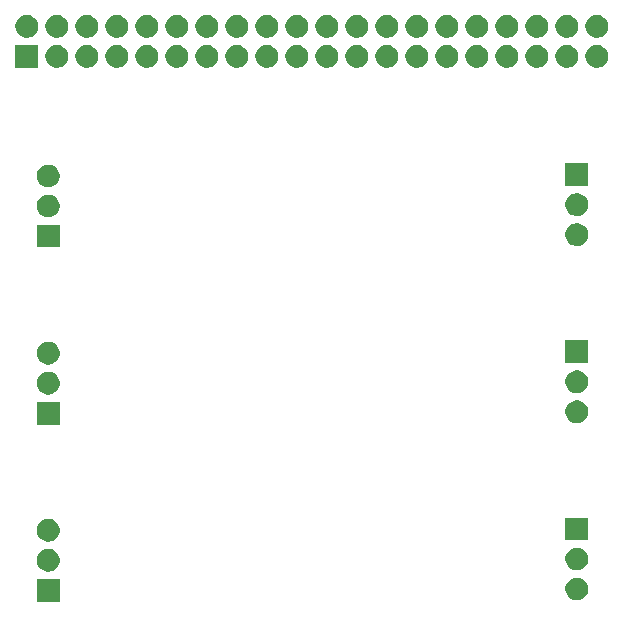
<source format=gbr>
G04 #@! TF.FileFunction,Soldermask,Bot*
%FSLAX45Y45*%
G04 Gerber Fmt 4.5, Leading zero omitted, Abs format (unit mm)*
G04 Created by KiCad (PCBNEW (2015-01-16 BZR 5376)-product) date 3/19/2015 6:58:58 PM*
%MOMM*%
G01*
G04 APERTURE LIST*
%ADD10C,0.100000*%
G04 APERTURE END LIST*
D10*
G36*
X915350Y-575350D02*
X722650Y-575350D01*
X722650Y-382650D01*
X915350Y-382650D01*
X915350Y-575350D01*
X915350Y-575350D01*
G37*
G36*
X915354Y-215552D02*
X915053Y-237134D01*
X915047Y-237160D01*
X915047Y-237160D01*
X910867Y-255560D01*
X910867Y-255560D01*
X903181Y-272822D01*
X892289Y-288262D01*
X878606Y-301292D01*
X862652Y-311417D01*
X862652Y-311417D01*
X862652Y-311417D01*
X858928Y-312861D01*
X845036Y-318250D01*
X845035Y-318250D01*
X826428Y-321531D01*
X826428Y-321531D01*
X807536Y-321135D01*
X789082Y-317078D01*
X771767Y-309513D01*
X756251Y-298729D01*
X743126Y-285138D01*
X732890Y-269255D01*
X725934Y-251686D01*
X722523Y-233101D01*
X722787Y-214208D01*
X726715Y-195726D01*
X734159Y-178358D01*
X744835Y-162768D01*
X758334Y-149548D01*
X774145Y-139201D01*
X791665Y-132123D01*
X810225Y-128582D01*
X829120Y-128714D01*
X847629Y-132514D01*
X865048Y-139836D01*
X880713Y-150401D01*
X880713Y-150402D01*
X894027Y-163809D01*
X894028Y-163810D01*
X904484Y-179547D01*
X911684Y-197017D01*
X915349Y-215526D01*
X915349Y-215527D01*
X915354Y-215552D01*
X915354Y-215552D01*
G37*
G36*
X1096350Y-2096350D02*
X903650Y-2096350D01*
X903650Y-1903650D01*
X1096350Y-1903650D01*
X1096350Y-2096350D01*
X1096350Y-2096350D01*
G37*
G36*
X1096350Y-3596350D02*
X903650Y-3596350D01*
X903650Y-3403650D01*
X1096350Y-3403650D01*
X1096350Y-3596350D01*
X1096350Y-3596350D01*
G37*
G36*
X1096350Y-5096350D02*
X903650Y-5096350D01*
X903650Y-4903650D01*
X1096350Y-4903650D01*
X1096350Y-5096350D01*
X1096350Y-5096350D01*
G37*
G36*
X1096354Y-1482552D02*
X1096053Y-1504134D01*
X1096047Y-1504160D01*
X1096047Y-1504160D01*
X1091867Y-1522560D01*
X1091867Y-1522560D01*
X1084181Y-1539822D01*
X1073290Y-1555262D01*
X1059606Y-1568292D01*
X1043652Y-1578417D01*
X1043652Y-1578417D01*
X1043652Y-1578417D01*
X1039928Y-1579861D01*
X1026036Y-1585250D01*
X1026035Y-1585250D01*
X1007428Y-1588531D01*
X1007428Y-1588531D01*
X988536Y-1588135D01*
X970082Y-1584078D01*
X952767Y-1576513D01*
X937251Y-1565729D01*
X924126Y-1552137D01*
X913890Y-1536254D01*
X906934Y-1518686D01*
X903523Y-1500101D01*
X903787Y-1481208D01*
X907715Y-1462726D01*
X915159Y-1445358D01*
X925835Y-1429767D01*
X939334Y-1416547D01*
X955145Y-1406201D01*
X972665Y-1399123D01*
X991225Y-1395582D01*
X1010120Y-1395714D01*
X1028629Y-1399513D01*
X1046048Y-1406836D01*
X1061713Y-1417401D01*
X1061713Y-1417402D01*
X1075027Y-1430809D01*
X1075028Y-1430810D01*
X1085484Y-1446547D01*
X1092684Y-1464017D01*
X1096349Y-1482526D01*
X1096349Y-1482527D01*
X1096354Y-1482552D01*
X1096354Y-1482552D01*
G37*
G36*
X1096354Y-1736552D02*
X1096053Y-1758134D01*
X1096047Y-1758160D01*
X1096047Y-1758160D01*
X1091867Y-1776560D01*
X1091867Y-1776560D01*
X1084181Y-1793822D01*
X1073290Y-1809262D01*
X1059606Y-1822292D01*
X1043652Y-1832417D01*
X1043652Y-1832417D01*
X1043652Y-1832417D01*
X1039928Y-1833861D01*
X1026036Y-1839250D01*
X1026035Y-1839250D01*
X1007428Y-1842531D01*
X1007428Y-1842531D01*
X988536Y-1842135D01*
X970082Y-1838078D01*
X952767Y-1830513D01*
X937251Y-1819729D01*
X924126Y-1806137D01*
X913890Y-1790254D01*
X906934Y-1772686D01*
X903523Y-1754101D01*
X903787Y-1735208D01*
X907715Y-1716726D01*
X915159Y-1699358D01*
X925835Y-1683767D01*
X939334Y-1670547D01*
X955145Y-1660201D01*
X972665Y-1653123D01*
X991225Y-1649582D01*
X1010120Y-1649714D01*
X1028629Y-1653513D01*
X1046048Y-1660836D01*
X1061713Y-1671401D01*
X1061713Y-1671402D01*
X1075027Y-1684809D01*
X1075028Y-1684810D01*
X1085484Y-1700547D01*
X1092684Y-1718017D01*
X1096349Y-1736526D01*
X1096349Y-1736527D01*
X1096354Y-1736552D01*
X1096354Y-1736552D01*
G37*
G36*
X1096354Y-2982552D02*
X1096053Y-3004134D01*
X1096047Y-3004160D01*
X1096047Y-3004160D01*
X1091867Y-3022560D01*
X1091867Y-3022560D01*
X1084181Y-3039822D01*
X1073290Y-3055262D01*
X1059606Y-3068292D01*
X1043652Y-3078417D01*
X1043652Y-3078417D01*
X1043652Y-3078417D01*
X1039928Y-3079861D01*
X1026036Y-3085250D01*
X1026035Y-3085250D01*
X1007428Y-3088531D01*
X1007428Y-3088531D01*
X988536Y-3088135D01*
X970082Y-3084078D01*
X952767Y-3076513D01*
X937251Y-3065729D01*
X924126Y-3052137D01*
X913890Y-3036254D01*
X906934Y-3018686D01*
X903523Y-3000101D01*
X903787Y-2981208D01*
X907715Y-2962726D01*
X915159Y-2945358D01*
X925835Y-2929767D01*
X939334Y-2916547D01*
X955145Y-2906201D01*
X972665Y-2899123D01*
X991225Y-2895582D01*
X1010120Y-2895714D01*
X1028629Y-2899513D01*
X1046048Y-2906836D01*
X1061713Y-2917401D01*
X1061713Y-2917402D01*
X1075027Y-2930809D01*
X1075028Y-2930810D01*
X1085484Y-2946547D01*
X1092684Y-2964017D01*
X1096349Y-2982526D01*
X1096349Y-2982527D01*
X1096354Y-2982552D01*
X1096354Y-2982552D01*
G37*
G36*
X1096354Y-3236552D02*
X1096053Y-3258134D01*
X1096047Y-3258160D01*
X1096047Y-3258160D01*
X1091867Y-3276560D01*
X1091867Y-3276560D01*
X1084181Y-3293822D01*
X1073290Y-3309262D01*
X1059606Y-3322292D01*
X1043652Y-3332417D01*
X1043652Y-3332417D01*
X1043652Y-3332417D01*
X1039928Y-3333861D01*
X1026036Y-3339250D01*
X1026035Y-3339250D01*
X1007428Y-3342531D01*
X1007428Y-3342531D01*
X988536Y-3342135D01*
X970082Y-3338078D01*
X952767Y-3330513D01*
X937251Y-3319729D01*
X924126Y-3306137D01*
X913890Y-3290254D01*
X906934Y-3272686D01*
X903523Y-3254101D01*
X903787Y-3235208D01*
X907715Y-3216726D01*
X915159Y-3199358D01*
X925835Y-3183767D01*
X939334Y-3170547D01*
X955145Y-3160201D01*
X972665Y-3153123D01*
X991225Y-3149582D01*
X1010120Y-3149714D01*
X1028629Y-3153513D01*
X1046048Y-3160836D01*
X1061713Y-3171401D01*
X1061713Y-3171402D01*
X1075027Y-3184809D01*
X1075028Y-3184810D01*
X1085484Y-3200547D01*
X1092684Y-3218017D01*
X1096349Y-3236526D01*
X1096349Y-3236527D01*
X1096354Y-3236552D01*
X1096354Y-3236552D01*
G37*
G36*
X1096354Y-4482552D02*
X1096053Y-4504134D01*
X1096047Y-4504160D01*
X1096047Y-4504160D01*
X1091867Y-4522560D01*
X1091867Y-4522560D01*
X1084181Y-4539822D01*
X1073290Y-4555262D01*
X1059606Y-4568292D01*
X1043652Y-4578417D01*
X1043652Y-4578417D01*
X1043652Y-4578417D01*
X1039928Y-4579861D01*
X1026036Y-4585250D01*
X1026035Y-4585250D01*
X1007428Y-4588531D01*
X1007428Y-4588531D01*
X988536Y-4588135D01*
X970082Y-4584078D01*
X952767Y-4576513D01*
X937251Y-4565729D01*
X924126Y-4552138D01*
X913890Y-4536255D01*
X906934Y-4518686D01*
X903523Y-4500101D01*
X903787Y-4481208D01*
X907715Y-4462726D01*
X915159Y-4445358D01*
X925835Y-4429768D01*
X939334Y-4416548D01*
X955145Y-4406201D01*
X972665Y-4399123D01*
X991225Y-4395582D01*
X1010120Y-4395714D01*
X1028629Y-4399514D01*
X1046048Y-4406836D01*
X1061713Y-4417401D01*
X1061713Y-4417402D01*
X1075027Y-4430809D01*
X1075028Y-4430810D01*
X1085484Y-4446547D01*
X1092684Y-4464017D01*
X1096349Y-4482526D01*
X1096349Y-4482527D01*
X1096354Y-4482552D01*
X1096354Y-4482552D01*
G37*
G36*
X1096354Y-4736552D02*
X1096053Y-4758134D01*
X1096047Y-4758160D01*
X1096047Y-4758160D01*
X1091867Y-4776560D01*
X1091867Y-4776560D01*
X1084181Y-4793822D01*
X1073290Y-4809262D01*
X1059606Y-4822292D01*
X1043652Y-4832417D01*
X1043652Y-4832417D01*
X1043652Y-4832417D01*
X1039928Y-4833861D01*
X1026036Y-4839250D01*
X1026035Y-4839250D01*
X1007428Y-4842531D01*
X1007428Y-4842531D01*
X988536Y-4842135D01*
X970082Y-4838078D01*
X952767Y-4830513D01*
X937251Y-4819729D01*
X924126Y-4806138D01*
X913890Y-4790255D01*
X906934Y-4772686D01*
X903523Y-4754101D01*
X903787Y-4735208D01*
X907715Y-4716726D01*
X915159Y-4699358D01*
X925835Y-4683768D01*
X939334Y-4670548D01*
X955145Y-4660201D01*
X972665Y-4653123D01*
X991225Y-4649582D01*
X1010120Y-4649714D01*
X1028629Y-4653514D01*
X1046048Y-4660836D01*
X1061713Y-4671401D01*
X1061713Y-4671402D01*
X1075027Y-4684809D01*
X1075028Y-4684810D01*
X1085484Y-4700547D01*
X1092684Y-4718017D01*
X1096349Y-4736526D01*
X1096349Y-4736527D01*
X1096354Y-4736552D01*
X1096354Y-4736552D01*
G37*
G36*
X1169354Y-215552D02*
X1169053Y-237134D01*
X1169047Y-237160D01*
X1169047Y-237160D01*
X1164867Y-255560D01*
X1164867Y-255560D01*
X1157181Y-272822D01*
X1146290Y-288262D01*
X1132606Y-301292D01*
X1116653Y-311417D01*
X1116652Y-311417D01*
X1116652Y-311417D01*
X1112928Y-312861D01*
X1099036Y-318250D01*
X1099036Y-318250D01*
X1080428Y-321531D01*
X1080428Y-321531D01*
X1061536Y-321135D01*
X1043082Y-317078D01*
X1025767Y-309513D01*
X1010251Y-298729D01*
X997126Y-285138D01*
X986890Y-269255D01*
X979934Y-251686D01*
X976523Y-233101D01*
X976787Y-214208D01*
X980715Y-195726D01*
X988159Y-178358D01*
X998835Y-162768D01*
X1012334Y-149548D01*
X1028145Y-139201D01*
X1045665Y-132123D01*
X1064225Y-128582D01*
X1083120Y-128714D01*
X1101630Y-132514D01*
X1119048Y-139836D01*
X1134713Y-150401D01*
X1134713Y-150402D01*
X1148027Y-163809D01*
X1148028Y-163810D01*
X1158484Y-179547D01*
X1165684Y-197017D01*
X1169349Y-215526D01*
X1169349Y-215527D01*
X1169354Y-215552D01*
X1169354Y-215552D01*
G37*
G36*
X1169354Y-469552D02*
X1169053Y-491134D01*
X1169047Y-491160D01*
X1169047Y-491160D01*
X1164867Y-509560D01*
X1164867Y-509560D01*
X1157181Y-526822D01*
X1146290Y-542262D01*
X1132606Y-555292D01*
X1116653Y-565417D01*
X1116652Y-565417D01*
X1116652Y-565417D01*
X1112928Y-566861D01*
X1099036Y-572250D01*
X1099036Y-572250D01*
X1080428Y-575531D01*
X1080428Y-575531D01*
X1061536Y-575135D01*
X1043082Y-571078D01*
X1025767Y-563513D01*
X1010251Y-552729D01*
X997126Y-539138D01*
X986890Y-523254D01*
X979934Y-505686D01*
X976523Y-487101D01*
X976787Y-468208D01*
X980715Y-449726D01*
X988159Y-432358D01*
X998835Y-416767D01*
X1012334Y-403547D01*
X1028145Y-393201D01*
X1045665Y-386123D01*
X1064225Y-382582D01*
X1083120Y-382714D01*
X1101630Y-386513D01*
X1119048Y-393836D01*
X1134713Y-404401D01*
X1134713Y-404402D01*
X1148027Y-417809D01*
X1148028Y-417810D01*
X1158484Y-433547D01*
X1165684Y-451017D01*
X1169349Y-469526D01*
X1169349Y-469527D01*
X1169354Y-469552D01*
X1169354Y-469552D01*
G37*
G36*
X1423354Y-215552D02*
X1423053Y-237134D01*
X1423047Y-237160D01*
X1423047Y-237160D01*
X1418867Y-255560D01*
X1418867Y-255560D01*
X1411181Y-272822D01*
X1400289Y-288262D01*
X1386606Y-301292D01*
X1370653Y-311417D01*
X1370652Y-311417D01*
X1370652Y-311417D01*
X1366928Y-312861D01*
X1353036Y-318250D01*
X1353036Y-318250D01*
X1334428Y-321531D01*
X1334428Y-321531D01*
X1315536Y-321135D01*
X1297082Y-317078D01*
X1279768Y-309513D01*
X1264251Y-298729D01*
X1251126Y-285138D01*
X1240890Y-269255D01*
X1233934Y-251686D01*
X1230523Y-233101D01*
X1230787Y-214208D01*
X1234716Y-195726D01*
X1242159Y-178358D01*
X1252835Y-162768D01*
X1266334Y-149548D01*
X1282145Y-139201D01*
X1299665Y-132123D01*
X1318225Y-128582D01*
X1337120Y-128714D01*
X1355630Y-132514D01*
X1373048Y-139836D01*
X1388713Y-150401D01*
X1388713Y-150402D01*
X1402027Y-163809D01*
X1402028Y-163810D01*
X1412484Y-179547D01*
X1419684Y-197017D01*
X1423349Y-215526D01*
X1423349Y-215527D01*
X1423354Y-215552D01*
X1423354Y-215552D01*
G37*
G36*
X1423354Y-469552D02*
X1423053Y-491134D01*
X1423047Y-491160D01*
X1423047Y-491160D01*
X1418867Y-509560D01*
X1418867Y-509560D01*
X1411181Y-526822D01*
X1400289Y-542262D01*
X1386606Y-555292D01*
X1370653Y-565417D01*
X1370652Y-565417D01*
X1370652Y-565417D01*
X1366928Y-566861D01*
X1353036Y-572250D01*
X1353036Y-572250D01*
X1334428Y-575531D01*
X1334428Y-575531D01*
X1315536Y-575135D01*
X1297082Y-571078D01*
X1279768Y-563513D01*
X1264251Y-552729D01*
X1251126Y-539138D01*
X1240890Y-523254D01*
X1233934Y-505686D01*
X1230523Y-487101D01*
X1230787Y-468208D01*
X1234716Y-449726D01*
X1242159Y-432358D01*
X1252835Y-416767D01*
X1266334Y-403547D01*
X1282145Y-393201D01*
X1299665Y-386123D01*
X1318225Y-382582D01*
X1337120Y-382714D01*
X1355630Y-386513D01*
X1373048Y-393836D01*
X1388713Y-404401D01*
X1388713Y-404402D01*
X1402027Y-417809D01*
X1402028Y-417810D01*
X1412484Y-433547D01*
X1419684Y-451017D01*
X1423349Y-469526D01*
X1423349Y-469527D01*
X1423354Y-469552D01*
X1423354Y-469552D01*
G37*
G36*
X1677354Y-215552D02*
X1677053Y-237134D01*
X1677047Y-237160D01*
X1677047Y-237160D01*
X1672867Y-255560D01*
X1672867Y-255560D01*
X1665181Y-272822D01*
X1654289Y-288262D01*
X1640606Y-301292D01*
X1624652Y-311417D01*
X1624652Y-311417D01*
X1624652Y-311417D01*
X1620928Y-312861D01*
X1607036Y-318250D01*
X1607035Y-318250D01*
X1588428Y-321531D01*
X1588428Y-321531D01*
X1569536Y-321135D01*
X1551082Y-317078D01*
X1533767Y-309513D01*
X1518251Y-298729D01*
X1505126Y-285138D01*
X1494890Y-269255D01*
X1487934Y-251686D01*
X1484523Y-233101D01*
X1484787Y-214208D01*
X1488715Y-195726D01*
X1496159Y-178358D01*
X1506835Y-162768D01*
X1520334Y-149548D01*
X1536145Y-139201D01*
X1553665Y-132123D01*
X1572225Y-128582D01*
X1591120Y-128714D01*
X1609629Y-132514D01*
X1627048Y-139836D01*
X1642713Y-150401D01*
X1642713Y-150402D01*
X1656027Y-163809D01*
X1656028Y-163810D01*
X1666484Y-179547D01*
X1673684Y-197017D01*
X1677349Y-215526D01*
X1677349Y-215527D01*
X1677354Y-215552D01*
X1677354Y-215552D01*
G37*
G36*
X1677354Y-469552D02*
X1677053Y-491134D01*
X1677047Y-491160D01*
X1677047Y-491160D01*
X1672867Y-509560D01*
X1672867Y-509560D01*
X1665181Y-526822D01*
X1654289Y-542262D01*
X1640606Y-555292D01*
X1624652Y-565417D01*
X1624652Y-565417D01*
X1624652Y-565417D01*
X1620928Y-566861D01*
X1607036Y-572250D01*
X1607035Y-572250D01*
X1588428Y-575531D01*
X1588428Y-575531D01*
X1569536Y-575135D01*
X1551082Y-571078D01*
X1533767Y-563513D01*
X1518251Y-552729D01*
X1505126Y-539138D01*
X1494890Y-523254D01*
X1487934Y-505686D01*
X1484523Y-487101D01*
X1484787Y-468208D01*
X1488715Y-449726D01*
X1496159Y-432358D01*
X1506835Y-416767D01*
X1520334Y-403547D01*
X1536145Y-393201D01*
X1553665Y-386123D01*
X1572225Y-382582D01*
X1591120Y-382714D01*
X1609629Y-386513D01*
X1627048Y-393836D01*
X1642713Y-404401D01*
X1642713Y-404402D01*
X1656027Y-417809D01*
X1656028Y-417810D01*
X1666484Y-433547D01*
X1673684Y-451017D01*
X1677349Y-469526D01*
X1677349Y-469527D01*
X1677354Y-469552D01*
X1677354Y-469552D01*
G37*
G36*
X1931354Y-215552D02*
X1931053Y-237134D01*
X1931047Y-237160D01*
X1931047Y-237160D01*
X1926867Y-255560D01*
X1926867Y-255560D01*
X1919181Y-272822D01*
X1908289Y-288262D01*
X1894606Y-301292D01*
X1878652Y-311417D01*
X1878652Y-311417D01*
X1878652Y-311417D01*
X1874928Y-312861D01*
X1861036Y-318250D01*
X1861035Y-318250D01*
X1842428Y-321531D01*
X1842428Y-321531D01*
X1823536Y-321135D01*
X1805082Y-317078D01*
X1787767Y-309513D01*
X1772251Y-298729D01*
X1759126Y-285138D01*
X1748890Y-269255D01*
X1741934Y-251686D01*
X1738523Y-233101D01*
X1738787Y-214208D01*
X1742715Y-195726D01*
X1750159Y-178358D01*
X1760835Y-162768D01*
X1774334Y-149548D01*
X1790145Y-139201D01*
X1807665Y-132123D01*
X1826225Y-128582D01*
X1845120Y-128714D01*
X1863629Y-132514D01*
X1881048Y-139836D01*
X1896713Y-150401D01*
X1896713Y-150402D01*
X1910027Y-163809D01*
X1910028Y-163810D01*
X1920484Y-179547D01*
X1927684Y-197017D01*
X1931349Y-215526D01*
X1931349Y-215527D01*
X1931354Y-215552D01*
X1931354Y-215552D01*
G37*
G36*
X1931354Y-469552D02*
X1931053Y-491134D01*
X1931047Y-491160D01*
X1931047Y-491160D01*
X1926867Y-509560D01*
X1926867Y-509560D01*
X1919181Y-526822D01*
X1908289Y-542262D01*
X1894606Y-555292D01*
X1878652Y-565417D01*
X1878652Y-565417D01*
X1878652Y-565417D01*
X1874928Y-566861D01*
X1861036Y-572250D01*
X1861035Y-572250D01*
X1842428Y-575531D01*
X1842428Y-575531D01*
X1823536Y-575135D01*
X1805082Y-571078D01*
X1787767Y-563513D01*
X1772251Y-552729D01*
X1759126Y-539138D01*
X1748890Y-523254D01*
X1741934Y-505686D01*
X1738523Y-487101D01*
X1738787Y-468208D01*
X1742715Y-449726D01*
X1750159Y-432358D01*
X1760835Y-416767D01*
X1774334Y-403547D01*
X1790145Y-393201D01*
X1807665Y-386123D01*
X1826225Y-382582D01*
X1845120Y-382714D01*
X1863629Y-386513D01*
X1881048Y-393836D01*
X1896713Y-404401D01*
X1896713Y-404402D01*
X1910027Y-417809D01*
X1910028Y-417810D01*
X1920484Y-433547D01*
X1927684Y-451017D01*
X1931349Y-469526D01*
X1931349Y-469527D01*
X1931354Y-469552D01*
X1931354Y-469552D01*
G37*
G36*
X2185354Y-215552D02*
X2185053Y-237134D01*
X2185047Y-237160D01*
X2185047Y-237160D01*
X2180867Y-255560D01*
X2180867Y-255560D01*
X2173181Y-272822D01*
X2162290Y-288262D01*
X2148606Y-301292D01*
X2132653Y-311417D01*
X2132652Y-311417D01*
X2132652Y-311417D01*
X2128928Y-312861D01*
X2115036Y-318250D01*
X2115036Y-318250D01*
X2096428Y-321531D01*
X2096428Y-321531D01*
X2077536Y-321135D01*
X2059082Y-317078D01*
X2041767Y-309513D01*
X2026251Y-298729D01*
X2013126Y-285138D01*
X2002890Y-269255D01*
X1995934Y-251686D01*
X1992523Y-233101D01*
X1992787Y-214208D01*
X1996715Y-195726D01*
X2004159Y-178358D01*
X2014835Y-162768D01*
X2028334Y-149548D01*
X2044145Y-139201D01*
X2061665Y-132123D01*
X2080225Y-128582D01*
X2099120Y-128714D01*
X2117630Y-132514D01*
X2135048Y-139836D01*
X2150713Y-150401D01*
X2150713Y-150402D01*
X2164027Y-163809D01*
X2164028Y-163810D01*
X2174484Y-179547D01*
X2181684Y-197017D01*
X2185349Y-215526D01*
X2185349Y-215527D01*
X2185354Y-215552D01*
X2185354Y-215552D01*
G37*
G36*
X2185354Y-469552D02*
X2185053Y-491134D01*
X2185047Y-491160D01*
X2185047Y-491160D01*
X2180867Y-509560D01*
X2180867Y-509560D01*
X2173181Y-526822D01*
X2162290Y-542262D01*
X2148606Y-555292D01*
X2132653Y-565417D01*
X2132652Y-565417D01*
X2132652Y-565417D01*
X2128928Y-566861D01*
X2115036Y-572250D01*
X2115036Y-572250D01*
X2096428Y-575531D01*
X2096428Y-575531D01*
X2077536Y-575135D01*
X2059082Y-571078D01*
X2041767Y-563513D01*
X2026251Y-552729D01*
X2013126Y-539138D01*
X2002890Y-523254D01*
X1995934Y-505686D01*
X1992523Y-487101D01*
X1992787Y-468208D01*
X1996715Y-449726D01*
X2004159Y-432358D01*
X2014835Y-416767D01*
X2028334Y-403547D01*
X2044145Y-393201D01*
X2061665Y-386123D01*
X2080225Y-382582D01*
X2099120Y-382714D01*
X2117630Y-386513D01*
X2135048Y-393836D01*
X2150713Y-404401D01*
X2150713Y-404402D01*
X2164027Y-417809D01*
X2164028Y-417810D01*
X2174484Y-433547D01*
X2181684Y-451017D01*
X2185349Y-469526D01*
X2185349Y-469527D01*
X2185354Y-469552D01*
X2185354Y-469552D01*
G37*
G36*
X2439354Y-215552D02*
X2439053Y-237134D01*
X2439047Y-237160D01*
X2439047Y-237160D01*
X2434867Y-255560D01*
X2434867Y-255560D01*
X2427181Y-272822D01*
X2416290Y-288262D01*
X2402606Y-301292D01*
X2386653Y-311417D01*
X2386652Y-311417D01*
X2386652Y-311417D01*
X2382928Y-312861D01*
X2369036Y-318250D01*
X2369036Y-318250D01*
X2350428Y-321531D01*
X2350428Y-321531D01*
X2331536Y-321135D01*
X2313082Y-317078D01*
X2295768Y-309513D01*
X2280251Y-298729D01*
X2267126Y-285138D01*
X2256890Y-269255D01*
X2249934Y-251686D01*
X2246523Y-233101D01*
X2246787Y-214208D01*
X2250716Y-195726D01*
X2258159Y-178358D01*
X2268835Y-162768D01*
X2282334Y-149548D01*
X2298145Y-139201D01*
X2315665Y-132123D01*
X2334225Y-128582D01*
X2353120Y-128714D01*
X2371630Y-132514D01*
X2389048Y-139836D01*
X2404713Y-150401D01*
X2404713Y-150402D01*
X2418027Y-163809D01*
X2418028Y-163810D01*
X2428484Y-179547D01*
X2435684Y-197017D01*
X2439349Y-215526D01*
X2439349Y-215527D01*
X2439354Y-215552D01*
X2439354Y-215552D01*
G37*
G36*
X2439354Y-469552D02*
X2439053Y-491134D01*
X2439047Y-491160D01*
X2439047Y-491160D01*
X2434867Y-509560D01*
X2434867Y-509560D01*
X2427181Y-526822D01*
X2416290Y-542262D01*
X2402606Y-555292D01*
X2386653Y-565417D01*
X2386652Y-565417D01*
X2386652Y-565417D01*
X2382928Y-566861D01*
X2369036Y-572250D01*
X2369036Y-572250D01*
X2350428Y-575531D01*
X2350428Y-575531D01*
X2331536Y-575135D01*
X2313082Y-571078D01*
X2295768Y-563513D01*
X2280251Y-552729D01*
X2267126Y-539138D01*
X2256890Y-523254D01*
X2249934Y-505686D01*
X2246523Y-487101D01*
X2246787Y-468208D01*
X2250716Y-449726D01*
X2258159Y-432358D01*
X2268835Y-416767D01*
X2282334Y-403547D01*
X2298145Y-393201D01*
X2315665Y-386123D01*
X2334225Y-382582D01*
X2353120Y-382714D01*
X2371630Y-386513D01*
X2389048Y-393836D01*
X2404713Y-404401D01*
X2404713Y-404402D01*
X2418027Y-417809D01*
X2418028Y-417810D01*
X2428484Y-433547D01*
X2435684Y-451017D01*
X2439349Y-469526D01*
X2439349Y-469527D01*
X2439354Y-469552D01*
X2439354Y-469552D01*
G37*
G36*
X2693354Y-215552D02*
X2693053Y-237134D01*
X2693047Y-237160D01*
X2693047Y-237160D01*
X2688867Y-255560D01*
X2688867Y-255560D01*
X2681181Y-272822D01*
X2670290Y-288262D01*
X2656606Y-301292D01*
X2640653Y-311417D01*
X2640652Y-311417D01*
X2640652Y-311417D01*
X2636928Y-312861D01*
X2623036Y-318250D01*
X2623036Y-318250D01*
X2604428Y-321531D01*
X2604428Y-321531D01*
X2585536Y-321135D01*
X2567082Y-317078D01*
X2549768Y-309513D01*
X2534251Y-298729D01*
X2521126Y-285138D01*
X2510890Y-269255D01*
X2503934Y-251686D01*
X2500523Y-233101D01*
X2500787Y-214208D01*
X2504716Y-195726D01*
X2512159Y-178358D01*
X2522835Y-162768D01*
X2536334Y-149548D01*
X2552145Y-139201D01*
X2569665Y-132123D01*
X2588225Y-128582D01*
X2607120Y-128714D01*
X2625630Y-132514D01*
X2643048Y-139836D01*
X2658713Y-150401D01*
X2658713Y-150402D01*
X2672027Y-163809D01*
X2672028Y-163810D01*
X2682484Y-179547D01*
X2689684Y-197017D01*
X2693349Y-215526D01*
X2693349Y-215527D01*
X2693354Y-215552D01*
X2693354Y-215552D01*
G37*
G36*
X2693354Y-469552D02*
X2693053Y-491134D01*
X2693047Y-491160D01*
X2693047Y-491160D01*
X2688867Y-509560D01*
X2688867Y-509560D01*
X2681181Y-526822D01*
X2670290Y-542262D01*
X2656606Y-555292D01*
X2640653Y-565417D01*
X2640652Y-565417D01*
X2640652Y-565417D01*
X2636928Y-566861D01*
X2623036Y-572250D01*
X2623036Y-572250D01*
X2604428Y-575531D01*
X2604428Y-575531D01*
X2585536Y-575135D01*
X2567082Y-571078D01*
X2549768Y-563513D01*
X2534251Y-552729D01*
X2521126Y-539138D01*
X2510890Y-523254D01*
X2503934Y-505686D01*
X2500523Y-487101D01*
X2500787Y-468208D01*
X2504716Y-449726D01*
X2512159Y-432358D01*
X2522835Y-416767D01*
X2536334Y-403547D01*
X2552145Y-393201D01*
X2569665Y-386123D01*
X2588225Y-382582D01*
X2607120Y-382714D01*
X2625630Y-386513D01*
X2643048Y-393836D01*
X2658713Y-404401D01*
X2658713Y-404402D01*
X2672027Y-417809D01*
X2672028Y-417810D01*
X2682484Y-433547D01*
X2689684Y-451017D01*
X2693349Y-469526D01*
X2693349Y-469527D01*
X2693354Y-469552D01*
X2693354Y-469552D01*
G37*
G36*
X2947354Y-215552D02*
X2947053Y-237134D01*
X2947047Y-237160D01*
X2947047Y-237160D01*
X2942867Y-255560D01*
X2942867Y-255560D01*
X2935181Y-272822D01*
X2924289Y-288262D01*
X2910606Y-301292D01*
X2894652Y-311417D01*
X2894652Y-311417D01*
X2894652Y-311417D01*
X2890928Y-312861D01*
X2877036Y-318250D01*
X2877035Y-318250D01*
X2858428Y-321531D01*
X2858428Y-321531D01*
X2839536Y-321135D01*
X2821082Y-317078D01*
X2803767Y-309513D01*
X2788251Y-298729D01*
X2775126Y-285138D01*
X2764890Y-269255D01*
X2757934Y-251686D01*
X2754523Y-233101D01*
X2754787Y-214208D01*
X2758716Y-195726D01*
X2766159Y-178358D01*
X2776835Y-162768D01*
X2790334Y-149548D01*
X2806145Y-139201D01*
X2823665Y-132123D01*
X2842225Y-128582D01*
X2861120Y-128714D01*
X2879629Y-132514D01*
X2897048Y-139836D01*
X2912713Y-150401D01*
X2912713Y-150402D01*
X2926027Y-163809D01*
X2926028Y-163810D01*
X2936484Y-179547D01*
X2943684Y-197017D01*
X2947349Y-215526D01*
X2947349Y-215527D01*
X2947354Y-215552D01*
X2947354Y-215552D01*
G37*
G36*
X2947354Y-469552D02*
X2947053Y-491134D01*
X2947047Y-491160D01*
X2947047Y-491160D01*
X2942867Y-509560D01*
X2942867Y-509560D01*
X2935181Y-526822D01*
X2924289Y-542262D01*
X2910606Y-555292D01*
X2894652Y-565417D01*
X2894652Y-565417D01*
X2894652Y-565417D01*
X2890928Y-566861D01*
X2877036Y-572250D01*
X2877035Y-572250D01*
X2858428Y-575531D01*
X2858428Y-575531D01*
X2839536Y-575135D01*
X2821082Y-571078D01*
X2803767Y-563513D01*
X2788251Y-552729D01*
X2775126Y-539138D01*
X2764890Y-523254D01*
X2757934Y-505686D01*
X2754523Y-487101D01*
X2754787Y-468208D01*
X2758716Y-449726D01*
X2766159Y-432358D01*
X2776835Y-416767D01*
X2790334Y-403547D01*
X2806145Y-393201D01*
X2823665Y-386123D01*
X2842225Y-382582D01*
X2861120Y-382714D01*
X2879629Y-386513D01*
X2897048Y-393836D01*
X2912713Y-404401D01*
X2912713Y-404402D01*
X2926027Y-417809D01*
X2926028Y-417810D01*
X2936484Y-433547D01*
X2943684Y-451017D01*
X2947349Y-469526D01*
X2947349Y-469527D01*
X2947354Y-469552D01*
X2947354Y-469552D01*
G37*
G36*
X3201354Y-215552D02*
X3201053Y-237134D01*
X3201047Y-237160D01*
X3201047Y-237160D01*
X3196867Y-255560D01*
X3196867Y-255560D01*
X3189181Y-272822D01*
X3178289Y-288262D01*
X3164606Y-301292D01*
X3148652Y-311417D01*
X3148652Y-311417D01*
X3148652Y-311417D01*
X3144928Y-312861D01*
X3131036Y-318250D01*
X3131035Y-318250D01*
X3112428Y-321531D01*
X3112428Y-321531D01*
X3093536Y-321135D01*
X3075082Y-317078D01*
X3057767Y-309513D01*
X3042251Y-298729D01*
X3029126Y-285138D01*
X3018890Y-269255D01*
X3011934Y-251686D01*
X3008523Y-233101D01*
X3008787Y-214208D01*
X3012715Y-195726D01*
X3020159Y-178358D01*
X3030835Y-162768D01*
X3044334Y-149548D01*
X3060145Y-139201D01*
X3077665Y-132123D01*
X3096225Y-128582D01*
X3115120Y-128714D01*
X3133629Y-132514D01*
X3151048Y-139836D01*
X3166713Y-150401D01*
X3166713Y-150402D01*
X3180027Y-163809D01*
X3180028Y-163810D01*
X3190484Y-179547D01*
X3197684Y-197017D01*
X3201349Y-215526D01*
X3201349Y-215527D01*
X3201354Y-215552D01*
X3201354Y-215552D01*
G37*
G36*
X3201354Y-469552D02*
X3201053Y-491134D01*
X3201047Y-491160D01*
X3201047Y-491160D01*
X3196867Y-509560D01*
X3196867Y-509560D01*
X3189181Y-526822D01*
X3178289Y-542262D01*
X3164606Y-555292D01*
X3148652Y-565417D01*
X3148652Y-565417D01*
X3148652Y-565417D01*
X3144928Y-566861D01*
X3131036Y-572250D01*
X3131035Y-572250D01*
X3112428Y-575531D01*
X3112428Y-575531D01*
X3093536Y-575135D01*
X3075082Y-571078D01*
X3057767Y-563513D01*
X3042251Y-552729D01*
X3029126Y-539138D01*
X3018890Y-523254D01*
X3011934Y-505686D01*
X3008523Y-487101D01*
X3008787Y-468208D01*
X3012715Y-449726D01*
X3020159Y-432358D01*
X3030835Y-416767D01*
X3044334Y-403547D01*
X3060145Y-393201D01*
X3077665Y-386123D01*
X3096225Y-382582D01*
X3115120Y-382714D01*
X3133629Y-386513D01*
X3151048Y-393836D01*
X3166713Y-404401D01*
X3166713Y-404402D01*
X3180027Y-417809D01*
X3180028Y-417810D01*
X3190484Y-433547D01*
X3197684Y-451017D01*
X3201349Y-469526D01*
X3201349Y-469527D01*
X3201354Y-469552D01*
X3201354Y-469552D01*
G37*
G36*
X3455354Y-215552D02*
X3455053Y-237134D01*
X3455047Y-237160D01*
X3455047Y-237160D01*
X3450867Y-255560D01*
X3450867Y-255560D01*
X3443181Y-272822D01*
X3432289Y-288262D01*
X3418606Y-301292D01*
X3402652Y-311417D01*
X3402652Y-311417D01*
X3402652Y-311417D01*
X3398928Y-312861D01*
X3385036Y-318250D01*
X3385035Y-318250D01*
X3366428Y-321531D01*
X3366428Y-321531D01*
X3347536Y-321135D01*
X3329082Y-317078D01*
X3311767Y-309513D01*
X3296251Y-298729D01*
X3283126Y-285138D01*
X3272890Y-269255D01*
X3265934Y-251686D01*
X3262523Y-233101D01*
X3262787Y-214208D01*
X3266715Y-195726D01*
X3274159Y-178358D01*
X3284835Y-162768D01*
X3298334Y-149548D01*
X3314145Y-139201D01*
X3331665Y-132123D01*
X3350225Y-128582D01*
X3369120Y-128714D01*
X3387629Y-132514D01*
X3405048Y-139836D01*
X3420713Y-150401D01*
X3420713Y-150402D01*
X3434027Y-163809D01*
X3434028Y-163810D01*
X3444484Y-179547D01*
X3451684Y-197017D01*
X3455349Y-215526D01*
X3455349Y-215527D01*
X3455354Y-215552D01*
X3455354Y-215552D01*
G37*
G36*
X3455354Y-469552D02*
X3455053Y-491134D01*
X3455047Y-491160D01*
X3455047Y-491160D01*
X3450867Y-509560D01*
X3450867Y-509560D01*
X3443181Y-526822D01*
X3432289Y-542262D01*
X3418606Y-555292D01*
X3402652Y-565417D01*
X3402652Y-565417D01*
X3402652Y-565417D01*
X3398928Y-566861D01*
X3385036Y-572250D01*
X3385035Y-572250D01*
X3366428Y-575531D01*
X3366428Y-575531D01*
X3347536Y-575135D01*
X3329082Y-571078D01*
X3311767Y-563513D01*
X3296251Y-552729D01*
X3283126Y-539138D01*
X3272890Y-523254D01*
X3265934Y-505686D01*
X3262523Y-487101D01*
X3262787Y-468208D01*
X3266715Y-449726D01*
X3274159Y-432358D01*
X3284835Y-416767D01*
X3298334Y-403547D01*
X3314145Y-393201D01*
X3331665Y-386123D01*
X3350225Y-382582D01*
X3369120Y-382714D01*
X3387629Y-386513D01*
X3405048Y-393836D01*
X3420713Y-404401D01*
X3420713Y-404402D01*
X3434027Y-417809D01*
X3434028Y-417810D01*
X3444484Y-433547D01*
X3451684Y-451017D01*
X3455349Y-469526D01*
X3455349Y-469527D01*
X3455354Y-469552D01*
X3455354Y-469552D01*
G37*
G36*
X3709354Y-215552D02*
X3709053Y-237134D01*
X3709047Y-237160D01*
X3709047Y-237160D01*
X3704867Y-255560D01*
X3704867Y-255560D01*
X3697181Y-272822D01*
X3686289Y-288262D01*
X3672606Y-301292D01*
X3656652Y-311417D01*
X3656652Y-311417D01*
X3656652Y-311417D01*
X3652928Y-312861D01*
X3639036Y-318250D01*
X3639035Y-318250D01*
X3620428Y-321531D01*
X3620428Y-321531D01*
X3601536Y-321135D01*
X3583082Y-317078D01*
X3565767Y-309513D01*
X3550251Y-298729D01*
X3537126Y-285138D01*
X3526890Y-269255D01*
X3519934Y-251686D01*
X3516523Y-233101D01*
X3516787Y-214208D01*
X3520715Y-195726D01*
X3528159Y-178358D01*
X3538835Y-162768D01*
X3552334Y-149548D01*
X3568145Y-139201D01*
X3585665Y-132123D01*
X3604225Y-128582D01*
X3623120Y-128714D01*
X3641629Y-132514D01*
X3659048Y-139836D01*
X3674713Y-150401D01*
X3674713Y-150402D01*
X3688027Y-163809D01*
X3688028Y-163810D01*
X3698484Y-179547D01*
X3705684Y-197017D01*
X3709349Y-215526D01*
X3709349Y-215527D01*
X3709354Y-215552D01*
X3709354Y-215552D01*
G37*
G36*
X3709354Y-469552D02*
X3709053Y-491134D01*
X3709047Y-491160D01*
X3709047Y-491160D01*
X3704867Y-509560D01*
X3704867Y-509560D01*
X3697181Y-526822D01*
X3686289Y-542262D01*
X3672606Y-555292D01*
X3656652Y-565417D01*
X3656652Y-565417D01*
X3656652Y-565417D01*
X3652928Y-566861D01*
X3639036Y-572250D01*
X3639035Y-572250D01*
X3620428Y-575531D01*
X3620428Y-575531D01*
X3601536Y-575135D01*
X3583082Y-571078D01*
X3565767Y-563513D01*
X3550251Y-552729D01*
X3537126Y-539138D01*
X3526890Y-523254D01*
X3519934Y-505686D01*
X3516523Y-487101D01*
X3516787Y-468208D01*
X3520715Y-449726D01*
X3528159Y-432358D01*
X3538835Y-416767D01*
X3552334Y-403547D01*
X3568145Y-393201D01*
X3585665Y-386123D01*
X3604225Y-382582D01*
X3623120Y-382714D01*
X3641629Y-386513D01*
X3659048Y-393836D01*
X3674713Y-404401D01*
X3674713Y-404402D01*
X3688027Y-417809D01*
X3688028Y-417810D01*
X3698484Y-433547D01*
X3705684Y-451017D01*
X3709349Y-469526D01*
X3709349Y-469527D01*
X3709354Y-469552D01*
X3709354Y-469552D01*
G37*
G36*
X3963354Y-215552D02*
X3963053Y-237134D01*
X3963047Y-237160D01*
X3963047Y-237160D01*
X3958867Y-255560D01*
X3958867Y-255560D01*
X3951181Y-272822D01*
X3940289Y-288262D01*
X3926606Y-301292D01*
X3910652Y-311417D01*
X3910652Y-311417D01*
X3910652Y-311417D01*
X3906928Y-312861D01*
X3893036Y-318250D01*
X3893035Y-318250D01*
X3874428Y-321531D01*
X3874428Y-321531D01*
X3855536Y-321135D01*
X3837082Y-317078D01*
X3819767Y-309513D01*
X3804251Y-298729D01*
X3791126Y-285138D01*
X3780890Y-269255D01*
X3773934Y-251686D01*
X3770523Y-233101D01*
X3770787Y-214208D01*
X3774715Y-195726D01*
X3782159Y-178358D01*
X3792835Y-162768D01*
X3806334Y-149548D01*
X3822145Y-139201D01*
X3839665Y-132123D01*
X3858225Y-128582D01*
X3877120Y-128714D01*
X3895629Y-132514D01*
X3913048Y-139836D01*
X3928713Y-150401D01*
X3928713Y-150402D01*
X3942027Y-163809D01*
X3942028Y-163810D01*
X3952484Y-179547D01*
X3959684Y-197017D01*
X3963349Y-215526D01*
X3963349Y-215527D01*
X3963354Y-215552D01*
X3963354Y-215552D01*
G37*
G36*
X3963354Y-469552D02*
X3963053Y-491134D01*
X3963047Y-491160D01*
X3963047Y-491160D01*
X3958867Y-509560D01*
X3958867Y-509560D01*
X3951181Y-526822D01*
X3940289Y-542262D01*
X3926606Y-555292D01*
X3910652Y-565417D01*
X3910652Y-565417D01*
X3910652Y-565417D01*
X3906928Y-566861D01*
X3893036Y-572250D01*
X3893035Y-572250D01*
X3874428Y-575531D01*
X3874428Y-575531D01*
X3855536Y-575135D01*
X3837082Y-571078D01*
X3819767Y-563513D01*
X3804251Y-552729D01*
X3791126Y-539138D01*
X3780890Y-523254D01*
X3773934Y-505686D01*
X3770523Y-487101D01*
X3770787Y-468208D01*
X3774715Y-449726D01*
X3782159Y-432358D01*
X3792835Y-416767D01*
X3806334Y-403547D01*
X3822145Y-393201D01*
X3839665Y-386123D01*
X3858225Y-382582D01*
X3877120Y-382714D01*
X3895629Y-386513D01*
X3913048Y-393836D01*
X3928713Y-404401D01*
X3928713Y-404402D01*
X3942027Y-417809D01*
X3942028Y-417810D01*
X3952484Y-433547D01*
X3959684Y-451017D01*
X3963349Y-469526D01*
X3963349Y-469527D01*
X3963354Y-469552D01*
X3963354Y-469552D01*
G37*
G36*
X4217354Y-215552D02*
X4217053Y-237134D01*
X4217047Y-237160D01*
X4217047Y-237160D01*
X4212867Y-255560D01*
X4212867Y-255560D01*
X4205181Y-272822D01*
X4194289Y-288262D01*
X4180606Y-301292D01*
X4164652Y-311417D01*
X4164652Y-311417D01*
X4164652Y-311417D01*
X4160928Y-312861D01*
X4147036Y-318250D01*
X4147035Y-318250D01*
X4128428Y-321531D01*
X4128428Y-321531D01*
X4109536Y-321135D01*
X4091082Y-317078D01*
X4073767Y-309513D01*
X4058251Y-298729D01*
X4045126Y-285138D01*
X4034890Y-269255D01*
X4027934Y-251686D01*
X4024523Y-233101D01*
X4024787Y-214208D01*
X4028715Y-195726D01*
X4036159Y-178358D01*
X4046835Y-162768D01*
X4060334Y-149548D01*
X4076145Y-139201D01*
X4093665Y-132123D01*
X4112225Y-128582D01*
X4131120Y-128714D01*
X4149629Y-132514D01*
X4167048Y-139836D01*
X4182713Y-150401D01*
X4182713Y-150402D01*
X4196027Y-163809D01*
X4196028Y-163810D01*
X4206484Y-179547D01*
X4213684Y-197017D01*
X4217349Y-215526D01*
X4217349Y-215527D01*
X4217354Y-215552D01*
X4217354Y-215552D01*
G37*
G36*
X4217354Y-469552D02*
X4217053Y-491134D01*
X4217047Y-491160D01*
X4217047Y-491160D01*
X4212867Y-509560D01*
X4212867Y-509560D01*
X4205181Y-526822D01*
X4194289Y-542262D01*
X4180606Y-555292D01*
X4164652Y-565417D01*
X4164652Y-565417D01*
X4164652Y-565417D01*
X4160928Y-566861D01*
X4147036Y-572250D01*
X4147035Y-572250D01*
X4128428Y-575531D01*
X4128428Y-575531D01*
X4109536Y-575135D01*
X4091082Y-571078D01*
X4073767Y-563513D01*
X4058251Y-552729D01*
X4045126Y-539138D01*
X4034890Y-523254D01*
X4027934Y-505686D01*
X4024523Y-487101D01*
X4024787Y-468208D01*
X4028715Y-449726D01*
X4036159Y-432358D01*
X4046835Y-416767D01*
X4060334Y-403547D01*
X4076145Y-393201D01*
X4093665Y-386123D01*
X4112225Y-382582D01*
X4131120Y-382714D01*
X4149629Y-386513D01*
X4167048Y-393836D01*
X4182713Y-404401D01*
X4182713Y-404402D01*
X4196027Y-417809D01*
X4196028Y-417810D01*
X4206484Y-433547D01*
X4213684Y-451017D01*
X4217349Y-469526D01*
X4217349Y-469527D01*
X4217354Y-469552D01*
X4217354Y-469552D01*
G37*
G36*
X4471354Y-215552D02*
X4471053Y-237134D01*
X4471047Y-237160D01*
X4471047Y-237160D01*
X4466867Y-255560D01*
X4466867Y-255560D01*
X4459181Y-272822D01*
X4448290Y-288262D01*
X4434606Y-301292D01*
X4418653Y-311417D01*
X4418652Y-311417D01*
X4418652Y-311417D01*
X4414928Y-312861D01*
X4401036Y-318250D01*
X4401036Y-318250D01*
X4382428Y-321531D01*
X4382428Y-321531D01*
X4363536Y-321135D01*
X4345082Y-317078D01*
X4327768Y-309513D01*
X4312251Y-298729D01*
X4299126Y-285138D01*
X4288890Y-269255D01*
X4281934Y-251686D01*
X4278523Y-233101D01*
X4278787Y-214208D01*
X4282716Y-195726D01*
X4290159Y-178358D01*
X4300835Y-162768D01*
X4314334Y-149548D01*
X4330145Y-139201D01*
X4347665Y-132123D01*
X4366225Y-128582D01*
X4385120Y-128714D01*
X4403630Y-132514D01*
X4421048Y-139836D01*
X4436713Y-150401D01*
X4436713Y-150402D01*
X4450027Y-163809D01*
X4450028Y-163810D01*
X4460484Y-179547D01*
X4467684Y-197017D01*
X4471349Y-215526D01*
X4471349Y-215527D01*
X4471354Y-215552D01*
X4471354Y-215552D01*
G37*
G36*
X4471354Y-469552D02*
X4471053Y-491134D01*
X4471047Y-491160D01*
X4471047Y-491160D01*
X4466867Y-509560D01*
X4466867Y-509560D01*
X4459181Y-526822D01*
X4448290Y-542262D01*
X4434606Y-555292D01*
X4418653Y-565417D01*
X4418652Y-565417D01*
X4418652Y-565417D01*
X4414928Y-566861D01*
X4401036Y-572250D01*
X4401036Y-572250D01*
X4382428Y-575531D01*
X4382428Y-575531D01*
X4363536Y-575135D01*
X4345082Y-571078D01*
X4327768Y-563513D01*
X4312251Y-552729D01*
X4299126Y-539138D01*
X4288890Y-523254D01*
X4281934Y-505686D01*
X4278523Y-487101D01*
X4278787Y-468208D01*
X4282716Y-449726D01*
X4290159Y-432358D01*
X4300835Y-416767D01*
X4314334Y-403547D01*
X4330145Y-393201D01*
X4347665Y-386123D01*
X4366225Y-382582D01*
X4385120Y-382714D01*
X4403630Y-386513D01*
X4421048Y-393836D01*
X4436713Y-404401D01*
X4436713Y-404402D01*
X4450027Y-417809D01*
X4450028Y-417810D01*
X4460484Y-433547D01*
X4467684Y-451017D01*
X4471349Y-469526D01*
X4471349Y-469527D01*
X4471354Y-469552D01*
X4471354Y-469552D01*
G37*
G36*
X4725354Y-215552D02*
X4725053Y-237134D01*
X4725047Y-237160D01*
X4725047Y-237160D01*
X4720867Y-255560D01*
X4720867Y-255560D01*
X4713181Y-272822D01*
X4702290Y-288262D01*
X4688606Y-301292D01*
X4672653Y-311417D01*
X4672652Y-311417D01*
X4672652Y-311417D01*
X4668928Y-312861D01*
X4655036Y-318250D01*
X4655036Y-318250D01*
X4636428Y-321531D01*
X4636428Y-321531D01*
X4617536Y-321135D01*
X4599082Y-317078D01*
X4581768Y-309513D01*
X4566251Y-298729D01*
X4553126Y-285138D01*
X4542890Y-269255D01*
X4535934Y-251686D01*
X4532523Y-233101D01*
X4532787Y-214208D01*
X4536716Y-195726D01*
X4544159Y-178358D01*
X4554835Y-162768D01*
X4568334Y-149548D01*
X4584145Y-139201D01*
X4601665Y-132123D01*
X4620225Y-128582D01*
X4639120Y-128714D01*
X4657630Y-132514D01*
X4675048Y-139836D01*
X4690713Y-150401D01*
X4690713Y-150402D01*
X4704027Y-163809D01*
X4704028Y-163810D01*
X4714484Y-179547D01*
X4721684Y-197017D01*
X4725349Y-215526D01*
X4725349Y-215527D01*
X4725354Y-215552D01*
X4725354Y-215552D01*
G37*
G36*
X4725354Y-469552D02*
X4725053Y-491134D01*
X4725047Y-491160D01*
X4725047Y-491160D01*
X4720867Y-509560D01*
X4720867Y-509560D01*
X4713181Y-526822D01*
X4702290Y-542262D01*
X4688606Y-555292D01*
X4672653Y-565417D01*
X4672652Y-565417D01*
X4672652Y-565417D01*
X4668928Y-566861D01*
X4655036Y-572250D01*
X4655036Y-572250D01*
X4636428Y-575531D01*
X4636428Y-575531D01*
X4617536Y-575135D01*
X4599082Y-571078D01*
X4581768Y-563513D01*
X4566251Y-552729D01*
X4553126Y-539138D01*
X4542890Y-523254D01*
X4535934Y-505686D01*
X4532523Y-487101D01*
X4532787Y-468208D01*
X4536716Y-449726D01*
X4544159Y-432358D01*
X4554835Y-416767D01*
X4568334Y-403547D01*
X4584145Y-393201D01*
X4601665Y-386123D01*
X4620225Y-382582D01*
X4639120Y-382714D01*
X4657630Y-386513D01*
X4675048Y-393836D01*
X4690713Y-404401D01*
X4690713Y-404402D01*
X4704027Y-417809D01*
X4704028Y-417810D01*
X4714484Y-433547D01*
X4721684Y-451017D01*
X4725349Y-469526D01*
X4725349Y-469527D01*
X4725354Y-469552D01*
X4725354Y-469552D01*
G37*
G36*
X4979354Y-215552D02*
X4979053Y-237134D01*
X4979047Y-237160D01*
X4979047Y-237160D01*
X4974867Y-255560D01*
X4974867Y-255560D01*
X4967181Y-272822D01*
X4956290Y-288262D01*
X4942606Y-301292D01*
X4926653Y-311417D01*
X4926652Y-311417D01*
X4926652Y-311417D01*
X4922928Y-312861D01*
X4909036Y-318250D01*
X4909036Y-318250D01*
X4890428Y-321531D01*
X4890428Y-321531D01*
X4871536Y-321135D01*
X4853082Y-317078D01*
X4835768Y-309513D01*
X4820251Y-298729D01*
X4807126Y-285138D01*
X4796890Y-269255D01*
X4789934Y-251686D01*
X4786523Y-233101D01*
X4786787Y-214208D01*
X4790716Y-195726D01*
X4798159Y-178358D01*
X4808835Y-162768D01*
X4822334Y-149548D01*
X4838145Y-139201D01*
X4855665Y-132123D01*
X4874225Y-128582D01*
X4893120Y-128714D01*
X4911630Y-132514D01*
X4929048Y-139836D01*
X4944713Y-150401D01*
X4944713Y-150402D01*
X4958027Y-163809D01*
X4958028Y-163810D01*
X4968484Y-179547D01*
X4975684Y-197017D01*
X4979349Y-215526D01*
X4979349Y-215527D01*
X4979354Y-215552D01*
X4979354Y-215552D01*
G37*
G36*
X4979354Y-469552D02*
X4979053Y-491134D01*
X4979047Y-491160D01*
X4979047Y-491160D01*
X4974867Y-509560D01*
X4974867Y-509560D01*
X4967181Y-526822D01*
X4956290Y-542262D01*
X4942606Y-555292D01*
X4926653Y-565417D01*
X4926652Y-565417D01*
X4926652Y-565417D01*
X4922928Y-566861D01*
X4909036Y-572250D01*
X4909036Y-572250D01*
X4890428Y-575531D01*
X4890428Y-575531D01*
X4871536Y-575135D01*
X4853082Y-571078D01*
X4835768Y-563513D01*
X4820251Y-552729D01*
X4807126Y-539138D01*
X4796890Y-523254D01*
X4789934Y-505686D01*
X4786523Y-487101D01*
X4786787Y-468208D01*
X4790716Y-449726D01*
X4798159Y-432358D01*
X4808835Y-416767D01*
X4822334Y-403547D01*
X4838145Y-393201D01*
X4855665Y-386123D01*
X4874225Y-382582D01*
X4893120Y-382714D01*
X4911630Y-386513D01*
X4929048Y-393836D01*
X4944713Y-404401D01*
X4944713Y-404402D01*
X4958027Y-417809D01*
X4958028Y-417810D01*
X4968484Y-433547D01*
X4975684Y-451017D01*
X4979349Y-469526D01*
X4979349Y-469527D01*
X4979354Y-469552D01*
X4979354Y-469552D01*
G37*
G36*
X5233354Y-215552D02*
X5233053Y-237134D01*
X5233047Y-237160D01*
X5233047Y-237160D01*
X5228867Y-255560D01*
X5228867Y-255560D01*
X5221181Y-272822D01*
X5210290Y-288262D01*
X5196606Y-301292D01*
X5180653Y-311417D01*
X5180652Y-311417D01*
X5180652Y-311417D01*
X5176928Y-312861D01*
X5163036Y-318250D01*
X5163036Y-318250D01*
X5144428Y-321531D01*
X5144428Y-321531D01*
X5125536Y-321135D01*
X5107082Y-317078D01*
X5089768Y-309513D01*
X5074251Y-298729D01*
X5061126Y-285138D01*
X5050890Y-269255D01*
X5043934Y-251686D01*
X5040523Y-233101D01*
X5040787Y-214208D01*
X5044716Y-195726D01*
X5052159Y-178358D01*
X5062835Y-162768D01*
X5076334Y-149548D01*
X5092145Y-139201D01*
X5109665Y-132123D01*
X5128225Y-128582D01*
X5147120Y-128714D01*
X5165630Y-132514D01*
X5183048Y-139836D01*
X5198713Y-150401D01*
X5198713Y-150402D01*
X5212027Y-163809D01*
X5212028Y-163810D01*
X5222484Y-179547D01*
X5229684Y-197017D01*
X5233349Y-215526D01*
X5233349Y-215527D01*
X5233354Y-215552D01*
X5233354Y-215552D01*
G37*
G36*
X5233354Y-469552D02*
X5233053Y-491134D01*
X5233047Y-491160D01*
X5233047Y-491160D01*
X5228867Y-509560D01*
X5228867Y-509560D01*
X5221181Y-526822D01*
X5210290Y-542262D01*
X5196606Y-555292D01*
X5180653Y-565417D01*
X5180652Y-565417D01*
X5180652Y-565417D01*
X5176928Y-566861D01*
X5163036Y-572250D01*
X5163036Y-572250D01*
X5144428Y-575531D01*
X5144428Y-575531D01*
X5125536Y-575135D01*
X5107082Y-571078D01*
X5089768Y-563513D01*
X5074251Y-552729D01*
X5061126Y-539138D01*
X5050890Y-523254D01*
X5043934Y-505686D01*
X5040523Y-487101D01*
X5040787Y-468208D01*
X5044716Y-449726D01*
X5052159Y-432358D01*
X5062835Y-416767D01*
X5076334Y-403547D01*
X5092145Y-393201D01*
X5109665Y-386123D01*
X5128225Y-382582D01*
X5147120Y-382714D01*
X5165630Y-386513D01*
X5183048Y-393836D01*
X5198713Y-404401D01*
X5198713Y-404402D01*
X5212027Y-417809D01*
X5212028Y-417810D01*
X5222484Y-433547D01*
X5229684Y-451017D01*
X5233349Y-469526D01*
X5233349Y-469527D01*
X5233354Y-469552D01*
X5233354Y-469552D01*
G37*
G36*
X5487354Y-215552D02*
X5487053Y-237134D01*
X5487047Y-237160D01*
X5487047Y-237160D01*
X5482867Y-255560D01*
X5482867Y-255560D01*
X5475181Y-272822D01*
X5464290Y-288262D01*
X5450606Y-301292D01*
X5434653Y-311417D01*
X5434652Y-311417D01*
X5434652Y-311417D01*
X5430928Y-312861D01*
X5417036Y-318250D01*
X5417036Y-318250D01*
X5398428Y-321531D01*
X5398428Y-321531D01*
X5379536Y-321135D01*
X5361082Y-317078D01*
X5343768Y-309513D01*
X5328251Y-298729D01*
X5315126Y-285138D01*
X5304890Y-269255D01*
X5297934Y-251686D01*
X5294523Y-233101D01*
X5294787Y-214208D01*
X5298716Y-195726D01*
X5306159Y-178358D01*
X5316835Y-162768D01*
X5330334Y-149548D01*
X5346145Y-139201D01*
X5363665Y-132123D01*
X5382225Y-128582D01*
X5401120Y-128714D01*
X5419630Y-132514D01*
X5437048Y-139836D01*
X5452713Y-150401D01*
X5452713Y-150402D01*
X5466027Y-163809D01*
X5466028Y-163810D01*
X5476484Y-179547D01*
X5483684Y-197017D01*
X5487349Y-215526D01*
X5487349Y-215527D01*
X5487354Y-215552D01*
X5487354Y-215552D01*
G37*
G36*
X5487354Y-469552D02*
X5487053Y-491134D01*
X5487047Y-491160D01*
X5487047Y-491160D01*
X5482867Y-509560D01*
X5482867Y-509560D01*
X5475181Y-526822D01*
X5464290Y-542262D01*
X5450606Y-555292D01*
X5434653Y-565417D01*
X5434652Y-565417D01*
X5434652Y-565417D01*
X5430928Y-566861D01*
X5417036Y-572250D01*
X5417036Y-572250D01*
X5398428Y-575531D01*
X5398428Y-575531D01*
X5379536Y-575135D01*
X5361082Y-571078D01*
X5343768Y-563513D01*
X5328251Y-552729D01*
X5315126Y-539138D01*
X5304890Y-523254D01*
X5297934Y-505686D01*
X5294523Y-487101D01*
X5294787Y-468208D01*
X5298716Y-449726D01*
X5306159Y-432358D01*
X5316835Y-416767D01*
X5330334Y-403547D01*
X5346145Y-393201D01*
X5363665Y-386123D01*
X5382225Y-382582D01*
X5401120Y-382714D01*
X5419630Y-386513D01*
X5437048Y-393836D01*
X5452713Y-404401D01*
X5452713Y-404402D01*
X5466027Y-417809D01*
X5466028Y-417810D01*
X5476484Y-433547D01*
X5483684Y-451017D01*
X5487349Y-469526D01*
X5487349Y-469527D01*
X5487354Y-469552D01*
X5487354Y-469552D01*
G37*
G36*
X5571350Y-1576350D02*
X5378650Y-1576350D01*
X5378650Y-1383650D01*
X5571350Y-1383650D01*
X5571350Y-1576350D01*
X5571350Y-1576350D01*
G37*
G36*
X5571350Y-3076350D02*
X5378650Y-3076350D01*
X5378650Y-2883650D01*
X5571350Y-2883650D01*
X5571350Y-3076350D01*
X5571350Y-3076350D01*
G37*
G36*
X5571350Y-4576350D02*
X5378650Y-4576350D01*
X5378650Y-4383650D01*
X5571350Y-4383650D01*
X5571350Y-4576350D01*
X5571350Y-4576350D01*
G37*
G36*
X5571354Y-1724552D02*
X5571053Y-1746134D01*
X5571047Y-1746160D01*
X5571047Y-1746160D01*
X5566867Y-1764560D01*
X5566867Y-1764560D01*
X5559181Y-1781822D01*
X5548290Y-1797262D01*
X5534606Y-1810292D01*
X5518653Y-1820417D01*
X5518652Y-1820417D01*
X5518652Y-1820417D01*
X5514928Y-1821861D01*
X5501036Y-1827250D01*
X5501036Y-1827250D01*
X5482428Y-1830531D01*
X5482428Y-1830531D01*
X5463536Y-1830135D01*
X5445082Y-1826078D01*
X5427768Y-1818513D01*
X5412251Y-1807729D01*
X5399126Y-1794137D01*
X5388890Y-1778254D01*
X5381934Y-1760686D01*
X5378523Y-1742101D01*
X5378787Y-1723208D01*
X5382716Y-1704726D01*
X5390159Y-1687358D01*
X5400835Y-1671767D01*
X5414334Y-1658547D01*
X5430145Y-1648201D01*
X5447665Y-1641123D01*
X5466225Y-1637582D01*
X5485120Y-1637714D01*
X5503630Y-1641513D01*
X5521048Y-1648836D01*
X5536713Y-1659401D01*
X5536713Y-1659402D01*
X5550027Y-1672809D01*
X5550028Y-1672810D01*
X5560484Y-1688547D01*
X5567684Y-1706017D01*
X5571349Y-1724526D01*
X5571349Y-1724527D01*
X5571354Y-1724552D01*
X5571354Y-1724552D01*
G37*
G36*
X5571354Y-1978552D02*
X5571053Y-2000134D01*
X5571047Y-2000160D01*
X5571047Y-2000160D01*
X5566867Y-2018560D01*
X5566867Y-2018560D01*
X5559181Y-2035822D01*
X5548290Y-2051262D01*
X5534606Y-2064292D01*
X5518653Y-2074417D01*
X5518652Y-2074417D01*
X5518652Y-2074417D01*
X5514928Y-2075861D01*
X5501036Y-2081250D01*
X5501036Y-2081250D01*
X5482428Y-2084531D01*
X5482428Y-2084531D01*
X5463536Y-2084135D01*
X5445082Y-2080078D01*
X5427768Y-2072513D01*
X5412251Y-2061729D01*
X5399126Y-2048137D01*
X5388890Y-2032254D01*
X5381934Y-2014686D01*
X5378523Y-1996101D01*
X5378787Y-1977208D01*
X5382716Y-1958726D01*
X5390159Y-1941358D01*
X5400835Y-1925767D01*
X5414334Y-1912547D01*
X5430145Y-1902201D01*
X5447665Y-1895123D01*
X5466225Y-1891582D01*
X5485120Y-1891714D01*
X5503630Y-1895513D01*
X5521048Y-1902836D01*
X5536713Y-1913401D01*
X5536713Y-1913402D01*
X5550027Y-1926809D01*
X5550028Y-1926810D01*
X5560484Y-1942547D01*
X5567684Y-1960017D01*
X5571349Y-1978526D01*
X5571349Y-1978527D01*
X5571354Y-1978552D01*
X5571354Y-1978552D01*
G37*
G36*
X5571354Y-3224552D02*
X5571053Y-3246134D01*
X5571047Y-3246160D01*
X5571047Y-3246160D01*
X5566867Y-3264560D01*
X5566867Y-3264560D01*
X5559181Y-3281822D01*
X5548290Y-3297262D01*
X5534606Y-3310292D01*
X5518653Y-3320417D01*
X5518652Y-3320417D01*
X5518652Y-3320417D01*
X5514928Y-3321861D01*
X5501036Y-3327250D01*
X5501036Y-3327250D01*
X5482428Y-3330531D01*
X5482428Y-3330531D01*
X5463536Y-3330135D01*
X5445082Y-3326078D01*
X5427768Y-3318513D01*
X5412251Y-3307729D01*
X5399126Y-3294137D01*
X5388890Y-3278254D01*
X5381934Y-3260686D01*
X5378523Y-3242101D01*
X5378787Y-3223208D01*
X5382716Y-3204726D01*
X5390159Y-3187358D01*
X5400835Y-3171767D01*
X5414334Y-3158547D01*
X5430145Y-3148201D01*
X5447665Y-3141123D01*
X5466225Y-3137582D01*
X5485120Y-3137714D01*
X5503630Y-3141513D01*
X5521048Y-3148836D01*
X5536713Y-3159401D01*
X5536713Y-3159402D01*
X5550027Y-3172809D01*
X5550028Y-3172810D01*
X5560484Y-3188547D01*
X5567684Y-3206017D01*
X5571349Y-3224526D01*
X5571349Y-3224527D01*
X5571354Y-3224552D01*
X5571354Y-3224552D01*
G37*
G36*
X5571354Y-3478552D02*
X5571053Y-3500134D01*
X5571047Y-3500160D01*
X5571047Y-3500160D01*
X5566867Y-3518560D01*
X5566867Y-3518560D01*
X5559181Y-3535822D01*
X5548290Y-3551262D01*
X5534606Y-3564292D01*
X5518653Y-3574417D01*
X5518652Y-3574417D01*
X5518652Y-3574417D01*
X5514928Y-3575861D01*
X5501036Y-3581250D01*
X5501036Y-3581250D01*
X5482428Y-3584531D01*
X5482428Y-3584531D01*
X5463536Y-3584135D01*
X5445082Y-3580078D01*
X5427768Y-3572513D01*
X5412251Y-3561729D01*
X5399126Y-3548137D01*
X5388890Y-3532254D01*
X5381934Y-3514686D01*
X5378523Y-3496101D01*
X5378787Y-3477208D01*
X5382716Y-3458726D01*
X5390159Y-3441358D01*
X5400835Y-3425767D01*
X5414334Y-3412547D01*
X5430145Y-3402201D01*
X5447665Y-3395123D01*
X5466225Y-3391582D01*
X5485120Y-3391714D01*
X5503630Y-3395513D01*
X5521048Y-3402836D01*
X5536713Y-3413401D01*
X5536713Y-3413402D01*
X5550027Y-3426809D01*
X5550028Y-3426810D01*
X5560484Y-3442547D01*
X5567684Y-3460017D01*
X5571349Y-3478526D01*
X5571349Y-3478527D01*
X5571354Y-3478552D01*
X5571354Y-3478552D01*
G37*
G36*
X5571354Y-4724552D02*
X5571053Y-4746134D01*
X5571047Y-4746160D01*
X5571047Y-4746160D01*
X5566867Y-4764560D01*
X5566867Y-4764560D01*
X5559181Y-4781822D01*
X5548290Y-4797262D01*
X5534606Y-4810292D01*
X5518653Y-4820417D01*
X5518652Y-4820417D01*
X5518652Y-4820417D01*
X5514928Y-4821861D01*
X5501036Y-4827250D01*
X5501036Y-4827250D01*
X5482428Y-4830531D01*
X5482428Y-4830531D01*
X5463536Y-4830135D01*
X5445082Y-4826078D01*
X5427768Y-4818513D01*
X5412251Y-4807729D01*
X5399126Y-4794138D01*
X5388890Y-4778255D01*
X5381934Y-4760686D01*
X5378523Y-4742101D01*
X5378787Y-4723208D01*
X5382716Y-4704726D01*
X5390159Y-4687358D01*
X5400835Y-4671768D01*
X5414334Y-4658548D01*
X5430145Y-4648201D01*
X5447665Y-4641123D01*
X5466225Y-4637582D01*
X5485120Y-4637714D01*
X5503630Y-4641514D01*
X5521048Y-4648836D01*
X5536713Y-4659401D01*
X5536713Y-4659402D01*
X5550027Y-4672809D01*
X5550028Y-4672810D01*
X5560484Y-4688547D01*
X5567684Y-4706017D01*
X5571349Y-4724526D01*
X5571349Y-4724527D01*
X5571354Y-4724552D01*
X5571354Y-4724552D01*
G37*
G36*
X5571354Y-4978552D02*
X5571053Y-5000134D01*
X5571047Y-5000160D01*
X5571047Y-5000160D01*
X5566867Y-5018560D01*
X5566867Y-5018560D01*
X5559181Y-5035822D01*
X5548290Y-5051262D01*
X5534606Y-5064292D01*
X5518653Y-5074417D01*
X5518652Y-5074417D01*
X5518652Y-5074417D01*
X5514928Y-5075861D01*
X5501036Y-5081250D01*
X5501036Y-5081250D01*
X5482428Y-5084531D01*
X5482428Y-5084531D01*
X5463536Y-5084135D01*
X5445082Y-5080078D01*
X5427768Y-5072513D01*
X5412251Y-5061729D01*
X5399126Y-5048138D01*
X5388890Y-5032255D01*
X5381934Y-5014686D01*
X5378523Y-4996101D01*
X5378787Y-4977208D01*
X5382716Y-4958726D01*
X5390159Y-4941358D01*
X5400835Y-4925768D01*
X5414334Y-4912548D01*
X5430145Y-4902201D01*
X5447665Y-4895123D01*
X5466225Y-4891582D01*
X5485120Y-4891714D01*
X5503630Y-4895514D01*
X5521048Y-4902836D01*
X5536713Y-4913401D01*
X5536713Y-4913402D01*
X5550027Y-4926809D01*
X5550028Y-4926810D01*
X5560484Y-4942547D01*
X5567684Y-4960017D01*
X5571349Y-4978526D01*
X5571349Y-4978527D01*
X5571354Y-4978552D01*
X5571354Y-4978552D01*
G37*
G36*
X5741354Y-215552D02*
X5741053Y-237134D01*
X5741047Y-237160D01*
X5741047Y-237160D01*
X5736867Y-255560D01*
X5736867Y-255560D01*
X5729181Y-272822D01*
X5718289Y-288262D01*
X5704606Y-301292D01*
X5688652Y-311417D01*
X5688652Y-311417D01*
X5688652Y-311417D01*
X5684928Y-312861D01*
X5671036Y-318250D01*
X5671035Y-318250D01*
X5652428Y-321531D01*
X5652428Y-321531D01*
X5633536Y-321135D01*
X5615082Y-317078D01*
X5597767Y-309513D01*
X5582251Y-298729D01*
X5569126Y-285138D01*
X5558890Y-269255D01*
X5551934Y-251686D01*
X5548523Y-233101D01*
X5548787Y-214208D01*
X5552716Y-195726D01*
X5560159Y-178358D01*
X5570835Y-162768D01*
X5584334Y-149548D01*
X5600145Y-139201D01*
X5617665Y-132123D01*
X5636225Y-128582D01*
X5655120Y-128714D01*
X5673629Y-132514D01*
X5691048Y-139836D01*
X5706713Y-150401D01*
X5706713Y-150402D01*
X5720027Y-163809D01*
X5720028Y-163810D01*
X5730484Y-179547D01*
X5737684Y-197017D01*
X5741349Y-215526D01*
X5741349Y-215527D01*
X5741354Y-215552D01*
X5741354Y-215552D01*
G37*
G36*
X5741354Y-469552D02*
X5741053Y-491134D01*
X5741047Y-491160D01*
X5741047Y-491160D01*
X5736867Y-509560D01*
X5736867Y-509560D01*
X5729181Y-526822D01*
X5718289Y-542262D01*
X5704606Y-555292D01*
X5688652Y-565417D01*
X5688652Y-565417D01*
X5688652Y-565417D01*
X5684928Y-566861D01*
X5671036Y-572250D01*
X5671035Y-572250D01*
X5652428Y-575531D01*
X5652428Y-575531D01*
X5633536Y-575135D01*
X5615082Y-571078D01*
X5597767Y-563513D01*
X5582251Y-552729D01*
X5569126Y-539138D01*
X5558890Y-523254D01*
X5551934Y-505686D01*
X5548523Y-487101D01*
X5548787Y-468208D01*
X5552716Y-449726D01*
X5560159Y-432358D01*
X5570835Y-416767D01*
X5584334Y-403547D01*
X5600145Y-393201D01*
X5617665Y-386123D01*
X5636225Y-382582D01*
X5655120Y-382714D01*
X5673629Y-386513D01*
X5691048Y-393836D01*
X5706713Y-404401D01*
X5706713Y-404402D01*
X5720027Y-417809D01*
X5720028Y-417810D01*
X5730484Y-433547D01*
X5737684Y-451017D01*
X5741349Y-469526D01*
X5741349Y-469527D01*
X5741354Y-469552D01*
X5741354Y-469552D01*
G37*
M02*

</source>
